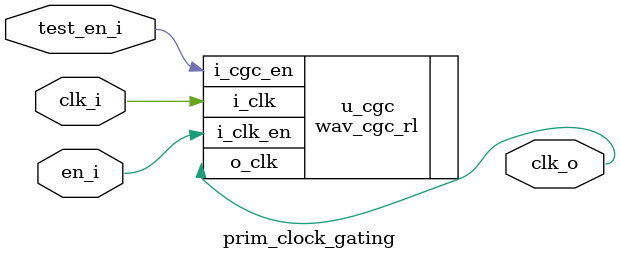
<source format=sv>
/*********************************************************************************
Copyright (c) 2021 Wavious LLC

Licensed under the Apache License, Version 2.0 (the "License");
you may not use this file except in compliance with the License.
You may obtain a copy of the License at

    http://www.apache.org/licenses/LICENSE-2.0

Unless required by applicable law or agreed to in writing, software
distributed under the License is distributed on an "AS IS" BASIS,
WITHOUT WARRANTIES OR CONDITIONS OF ANY KIND, either express or implied.
See the License for the specific language governing permissions and
limitations under the License.

*********************************************************************************/

// Copyright lowRISC contributors.
// Licensed under the Apache License, Version 2.0, see LICENSE for details.
// SPDX-License-Identifier: Apache-2.0

module prim_clock_gating (
  input         clk_i,
  input         en_i,
  input         test_en_i,
  output logic  clk_o
);

  //temp, replace with our stuff
  //assign clk_o = test_en_i ? clk_i : (en_i ? clk_i : 1'b0);

  wav_cgc_rl u_cgc (.i_clk(clk_i), .i_clk_en(en_i), .i_cgc_en(test_en_i), .o_clk(clk_o));

endmodule

</source>
